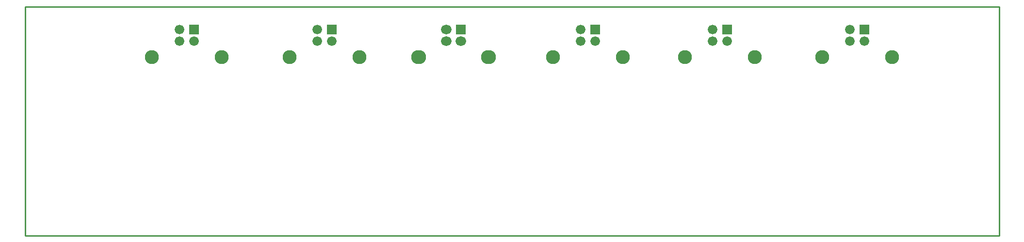
<source format=gbr>
G04 start of page 13 for group -4062 idx -4062 *
G04 Title: (unknown), soldermask *
G04 Creator: pcb 20140316 *
G04 CreationDate: чт, 19-тра-2016 10:05:25 +0000 UTC *
G04 For: root *
G04 Format: Gerber/RS-274X *
G04 PCB-Dimensions (mm): 170.00 40.05 *
G04 PCB-Coordinate-Origin: lower left *
%MOMM*%
%FSLAX43Y43*%
%LNBOTTOMMASK*%
%ADD55C,2.438*%
%ADD54C,1.676*%
%ADD53C,0.002*%
%ADD52C,0.254*%
G54D52*X0Y40048D02*Y0D01*
Y40048D02*X170000D01*
X0Y0D02*X170000D01*
Y40048D02*Y0D01*
G54D53*G36*
X145662Y36886D02*Y35210D01*
X147338D01*
Y36886D01*
X145662D01*
G37*
G54D54*X143960Y36048D03*
Y34016D03*
X146500D03*
G54D55*X139134Y31222D03*
X151326D03*
G54D53*G36*
X75262Y36886D02*Y35210D01*
X76938D01*
Y36886D01*
X75262D01*
G37*
G54D54*X73560Y36048D03*
Y34016D03*
X73460D03*
X76100D03*
G54D55*X80926Y31222D03*
G54D54*X76000Y34016D03*
G54D55*X80826Y31222D03*
G54D53*G36*
X75162Y36886D02*Y35210D01*
X76838D01*
Y36886D01*
X75162D01*
G37*
G54D54*X73460Y36048D03*
G54D55*X68734Y31222D03*
X68634D03*
X58326D03*
X22134D03*
X34326D03*
G54D53*G36*
X52662Y36886D02*Y35210D01*
X54338D01*
Y36886D01*
X52662D01*
G37*
G54D54*X50960Y36048D03*
G54D53*G36*
X28662Y36886D02*Y35210D01*
X30338D01*
Y36886D01*
X28662D01*
G37*
G54D54*X26960Y36048D03*
Y34016D03*
X29500D03*
X50960D03*
G54D55*X46134Y31222D03*
G54D54*X53500Y34016D03*
X122500D03*
D03*
D03*
D03*
X119960D03*
D03*
D03*
D03*
G54D55*X127326Y31222D03*
D03*
D03*
D03*
G54D53*G36*
X121662Y36886D02*Y35210D01*
X123338D01*
Y36886D01*
X121662D01*
G37*
G36*
Y35210D01*
X123338D01*
Y36886D01*
X121662D01*
G37*
G36*
Y35210D01*
X123338D01*
Y36886D01*
X121662D01*
G37*
G36*
Y35210D01*
X123338D01*
Y36886D01*
X121662D01*
G37*
G54D54*X119960Y36048D03*
D03*
D03*
D03*
G54D55*X115134Y31222D03*
D03*
D03*
D03*
G54D53*G36*
X98662Y36886D02*Y35210D01*
X100338D01*
Y36886D01*
X98662D01*
G37*
G54D54*X96960Y36048D03*
Y34016D03*
X99500D03*
G54D55*X92134Y31222D03*
X104326D03*
M02*

</source>
